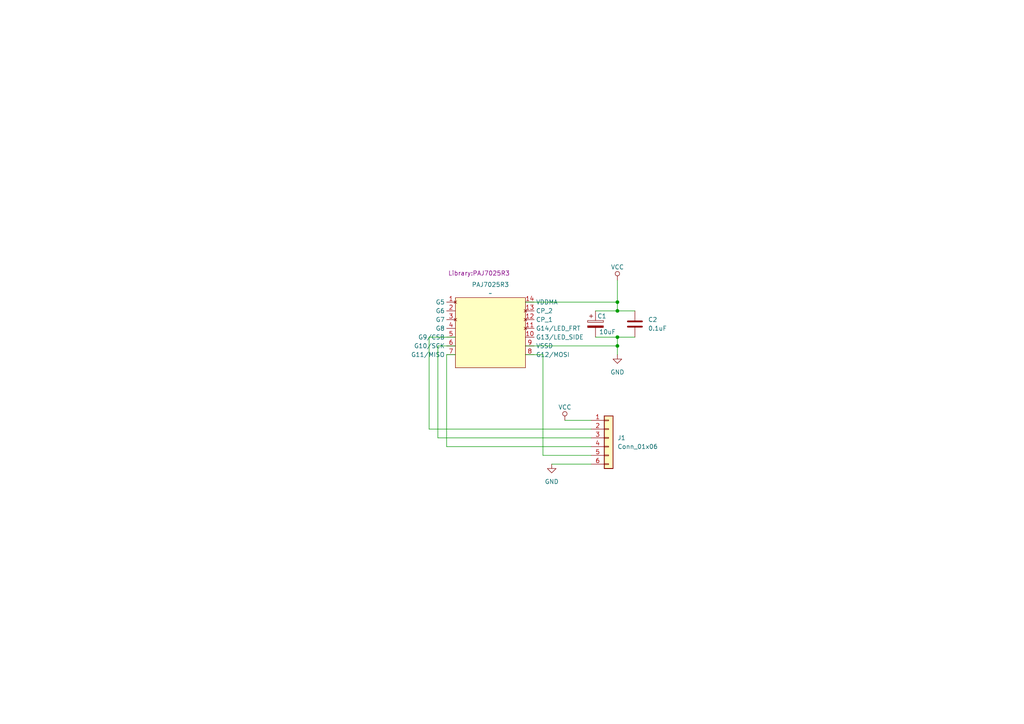
<source format=kicad_sch>
(kicad_sch (version 20231120) (generator "eeschema") (generator_version "8.0")
  (paper "A4")
  (lib_symbols
    (symbol "Connector_Generic:Conn_01x06" (pin_names (offset 1.016) hide)
      (property "Reference" "J" (at 0 7.62 0))
      (property "Value" "Conn_01x06" (at 0 -10.16 0))
      (symbol "Conn_01x06_1_1"
        (rectangle (start -1.27 -7.493) (end 0 -7.747) (stroke (width 0.1524)))
        (rectangle (start -1.27 -4.953) (end 0 -5.207) (stroke (width 0.1524)))
        (rectangle (start -1.27 -2.413) (end 0 -2.667) (stroke (width 0.1524)))
        (rectangle (start -1.27 0.127) (end 0 -0.127) (stroke (width 0.1524)))
        (rectangle (start -1.27 2.667) (end 0 2.413) (stroke (width 0.1524)))
        (rectangle (start -1.27 5.207) (end 0 4.953) (stroke (width 0.1524)))
        (rectangle (start -1.27 6.35) (end 1.27 -8.89) (stroke (width 0.254)) (fill (type background)))
        (pin passive line (at -5.08 5.08 0) (length 3.81) (name "Pin_1") (number "1"))
        (pin passive line (at -5.08 2.54 0) (length 3.81) (name "Pin_2") (number "2"))
        (pin passive line (at -5.08 0 0) (length 3.81) (name "Pin_3") (number "3"))
        (pin passive line (at -5.08 -2.54 0) (length 3.81) (name "Pin_4") (number "4"))
        (pin passive line (at -5.08 -5.08 0) (length 3.81) (name "Pin_5") (number "5"))
        (pin passive line (at -5.08 -7.62 0) (length 3.81) (name "Pin_6") (number "6"))
      )
    )
    (symbol "Device:C" (pin_numbers hide) (pin_names (offset 0.254))
      (property "Reference" "C" (at 0.635 2.54 0))
      (property "Value" "C" (at 0.635 -2.54 0))
      (symbol "C_0_1"
        (polyline (pts (xy -2.032 -0.762) (xy 2.032 -0.762)) (stroke (width 0.508)))
        (polyline (pts (xy -2.032 0.762) (xy 2.032 0.762)) (stroke (width 0.508)))
      )
      (symbol "C_1_1"
        (pin passive line (at 0 3.81 270) (length 2.794) (name "~") (number "1"))
        (pin passive line (at 0 -3.81 90) (length 2.794) (name "~") (number "2"))
      )
    )
    (symbol "Device:C_Polarized" (pin_numbers hide) (pin_names (offset 0.254))
      (property "Reference" "C" (at 0.635 2.54 0))
      (property "Value" "C_Polarized" (at 0.635 -2.54 0))
      (symbol "C_Polarized_0_1"
        (rectangle (start -2.286 0.508) (end 2.286 1.016))
        (polyline (pts (xy -1.778 2.286) (xy -0.762 2.286)))
        (polyline (pts (xy -1.27 2.794) (xy -1.27 1.778)))
        (rectangle (start 2.286 -0.508) (end -2.286 -1.016) (fill (type outline)))
      )
      (symbol "C_Polarized_1_1"
        (pin passive line (at 0 3.81 270) (length 2.794) (name "~") (number "1"))
        (pin passive line (at 0 -3.81 90) (length 2.794) (name "~") (number "2"))
      )
    )
    (symbol "PIXART:PAJ7025R3"
      (property "Reference" "U" (at 0 0 0))
      (symbol "PAJ7025R3_1_1"
        (rectangle (start -7.62 -3.81) (end 12.7 -24.13) (fill (type background)))
        (pin no_connect line (at -7.62 -5.08 180) (length 2.54) (name "G5") (number "1"))
        (pin bidirectional line (at 12.7 -15.24 0) (length 2.54) (name "G13/LED_SIDE") (number "10"))
        (pin no_connect line (at 12.7 -12.7 0) (length 2.54) (name "G14/LED_FRT") (number "11"))
        (pin no_connect line (at 12.7 -10.16 0) (length 2.54) (name "CP_1") (number "12"))
        (pin no_connect line (at 12.7 -7.62 0) (length 2.54) (name "CP_2") (number "13"))
        (pin power_in line (at 12.7 -5.08 0) (length 2.54) (name "VDDMA") (number "14"))
        (pin bidirectional line (at -7.62 -7.62 180) (length 2.54) (name "G6") (number "2"))
        (pin no_connect line (at -7.62 -10.16 180) (length 2.54) (name "G7") (number "3"))
        (pin bidirectional line (at -7.62 -12.7 180) (length 2.54) (name "G8") (number "4"))
        (pin bidirectional line (at -7.62 -15.24 180) (length 2.54) (name "G9/CSB") (number "5"))
        (pin bidirectional line (at -7.62 -17.78 180) (length 2.54) (name "G10/SCK") (number "6"))
        (pin bidirectional line (at -7.62 -20.32 180) (length 2.54) (name "G11/MISO") (number "7"))
        (pin bidirectional line (at 12.7 -20.32 0) (length 2.54) (name "G12/MOSI") (number "8"))
        (pin power_out line (at 12.7 -17.78 0) (length 2.54) (name "VSSD") (number "9"))
      )
    )
    (symbol "PixArt-rescue:VCC" (power) (pin_names (offset 0))
      (property "Value" "VCC" (at 0 3.81 0))
      (symbol "VCC_0_1"
        (polyline (pts (xy 0 0) (xy 0 1.27)))
        (circle (center 0 1.905) (radius 0.635))
      )
      (symbol "VCC_1_1"
        (pin power_in line (at 0 0 90) (length 0) hide (name "VCC") (number "1"))
      )
    )
    (symbol "power:GND" (power) (pin_numbers hide) (pin_names (offset 0) hide)
      (property "Value" "GND" (at 0 -3.81 0))
      (symbol "GND_0_1"
        (polyline (pts (xy 0 0) (xy 0 -1.27) (xy 1.27 -1.27) (xy 0 -2.54) (xy -1.27 -1.27) (xy 0 -1.27)))
      )
      (symbol "GND_1_1"
        (pin power_in line (at 0 0 270) (length 0) (name "~") (number "1"))
      )
    )
  )
  (junction (at 179.07 97.79))
  (junction (at 179.07 87.63))
  (junction (at 179.07 100.33))
  (junction (at 179.07 90.17))
  (wire (pts (xy 132.08 102.87) (xy 129.54 102.87)))
  (wire (pts (xy 152.4 100.33) (xy 179.07 100.33)))
  (wire (pts (xy 172.72 90.17) (xy 179.07 90.17)))
  (wire (pts (xy 179.07 97.79) (xy 184.15 97.79)))
  (wire (pts (xy 179.07 100.33) (xy 179.07 102.87)))
  (wire (pts (xy 179.07 81.28) (xy 179.07 87.63)))
  (wire (pts (xy 129.54 102.87) (xy 129.54 129.54)))
  (wire (pts (xy 157.48 102.87) (xy 157.48 132.08)))
  (wire (pts (xy 179.07 87.63) (xy 179.07 90.17)))
  (wire (pts (xy 172.72 97.79) (xy 179.07 97.79)))
  (wire (pts (xy 179.07 90.17) (xy 184.15 90.17)))
  (wire (pts (xy 127 100.33) (xy 132.08 100.33)))
  (wire (pts (xy 157.48 132.08) (xy 171.45 132.08)))
  (wire (pts (xy 179.07 87.63) (xy 152.4 87.63)))
  (wire (pts (xy 152.4 102.87) (xy 157.48 102.87)))
  (wire (pts (xy 163.83 121.92) (xy 171.45 121.92)))
  (wire (pts (xy 160.02 134.62) (xy 171.45 134.62)))
  (wire (pts (xy 124.46 97.79) (xy 132.08 97.79)))
  (wire (pts (xy 127 127) (xy 127 100.33)))
  (wire (pts (xy 124.46 124.46) (xy 124.46 97.79)))
  (wire (pts (xy 171.45 124.46) (xy 124.46 124.46)))
  (wire (pts (xy 129.54 129.54) (xy 171.45 129.54)))
  (wire (pts (xy 179.07 97.79) (xy 179.07 100.33)))
  (wire (pts (xy 171.45 127) (xy 127 127)))
  (symbol (lib_id "power:GND") (at 160.02 134.62 0) (unit 1)
    (property "Reference" "#PWR04" (effects (hide yes)))
    (property "Value" "GND" (at 160.02 139.7 0))
    (property "Description" "Power symbol creates a global label with name \"GND\" , ground" (effects (hide yes)))
  )
  (symbol (lib_id "Device:C") (at 184.15 93.98 0) (unit 1)
    (property "Reference" "C2" (at 187.96 92.7099 0) (effects (justify left)))
    (property "Value" "0.1uF" (at 187.96 95.2499 0) (effects (justify left)))
    (property "Footprint" "Library:GRM155R71C104KA88D 0.1uF" (effects (hide yes)))
    (property "Description" "Unpolarized capacitor" (effects (hide yes)))
  )
  (symbol (lib_id "PixArt-rescue:VCC") (at 179.07 81.28 0) (unit 1)
    (property "Reference" "#PWR02" (effects (hide yes)))
    (property "Value" "VCC" (at 179.07 77.47 0))
  )
  (symbol (lib_id "power:GND") (at 179.07 102.87 0) (unit 1)
    (property "Reference" "#PWR01" (effects (hide yes)))
    (property "Value" "GND" (at 179.07 107.95 0))
    (property "Description" "Power symbol creates a global label with name \"GND\" , ground" (effects (hide yes)))
  )
  (symbol (lib_id "PIXART:PAJ7025R3") (at 139.7 82.55 0) (unit 1)
    (property "Reference" "PAJ7025R3" (at 142.24 82.55 0))
    (property "Value" "~" (at 142.24 85.09 0))
    (property "Footprint" "Library:PAJ7025R3" (at 138.938 79.248 0))
  )
  (symbol (lib_id "Connector_Generic:Conn_01x06") (at 176.53 127 0) (unit 1)
    (property "Reference" "J1" (at 179.07 126.9999 0) (effects (justify left)))
    (property "Value" "Conn_01x06" (at 179.07 129.5399 0) (effects (justify left)))
    (property "Footprint" "Library:Molex_KK-6410-06_06x2.54mm_Straight" (effects (hide yes)))
    (property "Description" "Generic connector, single row, 01x06, script generated (kicad-library-utils/schlib/autogen/connector/)" (effects (hide yes)))
  )
  (symbol (lib_id "PixArt-rescue:VCC") (at 163.83 121.92 0) (unit 1)
    (property "Reference" "#PWR03" (effects (hide yes)))
    (property "Value" "VCC" (at 163.83 118.11 0))
  )
  (symbol (lib_id "Device:C_Polarized") (at 172.72 93.98 0) (unit 1)
    (property "Reference" "C1" (at 173.228 91.694 0) (effects (justify left)))
    (property "Value" "10uF" (at 173.736 96.266 0) (effects (justify left)))
    (property "Footprint" "Library:TAJA106K016RNJ 10uF" (effects (hide yes)))
    (property "Description" "Polarized capacitor" (effects (hide yes)))
  )
)
</source>
